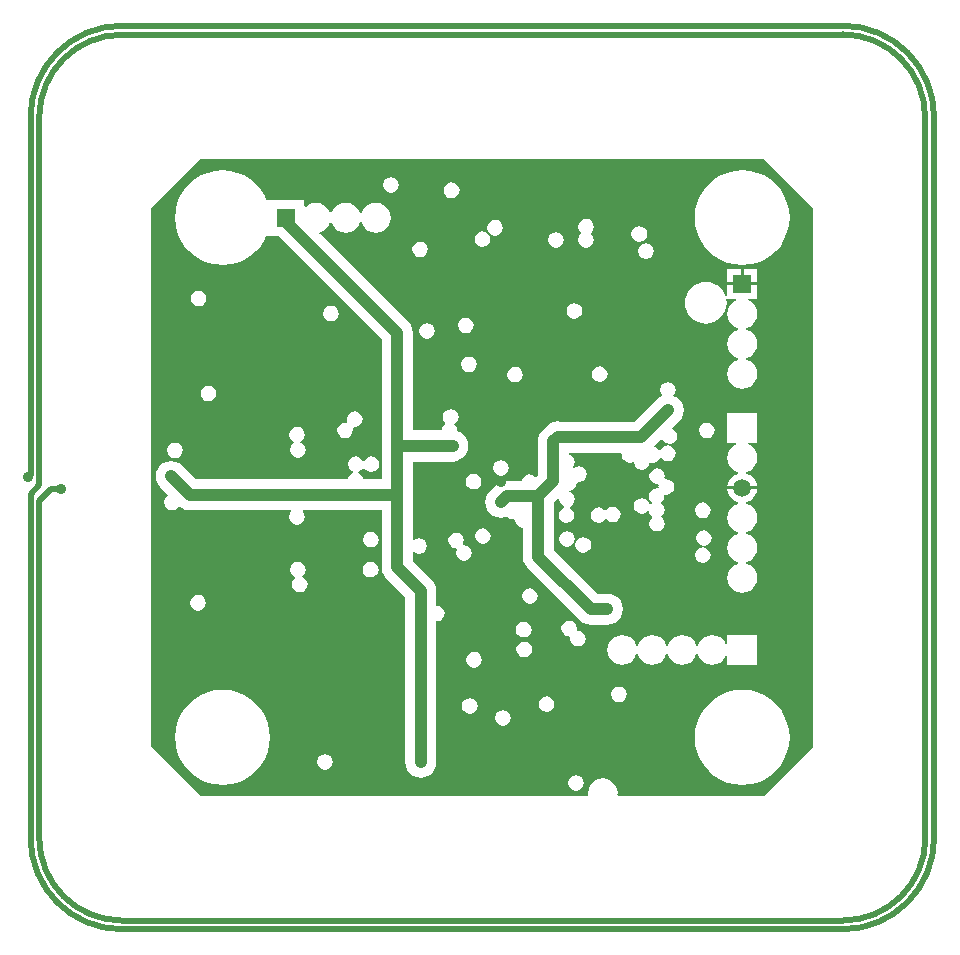
<source format=gbr>
From 74ce3dc46172a6f04edd9e85a3bcd41f54a2bb7c Mon Sep 17 00:00:00 2001
From: laforge <laforge@6dc7ffe9-61d6-0310-9af1-9938baff3ed1>
Date: Wed, 4 Oct 2006 14:39:14 +0000
Subject: add hardvare version 0.4 data

git-svn-id: https://svn.openpcd.org:2342/trunk@258 6dc7ffe9-61d6-0310-9af1-9938baff3ed1
---
 hardware/v0.4/gerber/INNER2.GBR | 2471 +++++++++++++++++++++++++++++++++++++++
 1 file changed, 2471 insertions(+)
 create mode 100644 hardware/v0.4/gerber/INNER2.GBR

(limited to 'hardware/v0.4/gerber/INNER2.GBR')

diff --git a/hardware/v0.4/gerber/INNER2.GBR b/hardware/v0.4/gerber/INNER2.GBR
new file mode 100644
index 0000000..db1df59
--- /dev/null
+++ b/hardware/v0.4/gerber/INNER2.GBR
@@ -0,0 +1,2471 @@
+%FSLAX23Y23*%
+%MOIN*%
+G70*
+G01*
+G75*
+G04 Layer_Physical_Order=3*
+G04 Layer_Color=16440176*
+%ADD10C,0.089*%
+%ADD11R,0.031X0.039*%
+%ADD12R,0.012X0.059*%
+%ADD13R,0.059X0.012*%
+%ADD14R,0.043X0.039*%
+%ADD15R,0.039X0.043*%
+%ADD16R,0.087X0.043*%
+%ADD17R,0.039X0.039*%
+%ADD18R,0.043X0.087*%
+%ADD19C,0.047*%
+%ADD20R,0.079X0.098*%
+%ADD21R,0.098X0.055*%
+%ADD22R,0.118X0.055*%
+%ADD23R,0.020X0.098*%
+%ADD24R,0.039X0.024*%
+%ADD25R,0.039X0.020*%
+%ADD26R,0.051X0.059*%
+%ADD27R,0.094X0.102*%
+%ADD28R,0.079X0.020*%
+%ADD29R,0.217X0.079*%
+%ADD30R,0.059X0.051*%
+%ADD31R,0.134X0.069*%
+%ADD32R,0.041X0.069*%
+%ADD33R,0.041X0.069*%
+%ADD34R,0.047X0.024*%
+%ADD35R,0.106X0.063*%
+%ADD36R,0.079X0.114*%
+%ADD37C,0.020*%
+%ADD38C,0.012*%
+%ADD39C,0.039*%
+%ADD40C,0.008*%
+%ADD41R,2.402X0.089*%
+%ADD42R,0.089X2.411*%
+%ADD43R,0.089X1.191*%
+%ADD44C,0.098*%
+%ADD45R,0.059X0.059*%
+%ADD46C,0.059*%
+%ADD47C,0.031*%
+%ADD48C,0.039*%
+%ADD49C,0.276*%
+%ADD50C,0.035*%
+G36*
+X2677Y2474D02*
+Y675D01*
+X2514Y512D01*
+X2029D01*
+X2025Y516D01*
+X2026Y523D01*
+X2025Y536D01*
+X2020Y548D01*
+X2012Y558D01*
+X2002Y566D01*
+X1990Y571D01*
+X1977Y573D01*
+X1964Y571D01*
+X1952Y566D01*
+X1942Y558D01*
+X1934Y548D01*
+X1929Y536D01*
+X1927Y523D01*
+X1928Y516D01*
+X1925Y512D01*
+X636D01*
+X472Y675D01*
+Y2474D01*
+X472Y2474D01*
+X472D01*
+X472Y2474D01*
+X636Y2638D01*
+X2514D01*
+X2677Y2474D01*
+D02*
+G37*
+%LPC*%
+G36*
+X1488Y1391D02*
+X1478Y1389D01*
+X1470Y1383D01*
+X1464Y1375D01*
+X1462Y1365D01*
+X1464Y1355D01*
+X1470Y1347D01*
+X1478Y1341D01*
+X1488Y1339D01*
+X1490Y1334D01*
+X1490Y1334D01*
+X1488Y1324D01*
+X1490Y1314D01*
+X1495Y1305D01*
+X1504Y1300D01*
+X1514Y1298D01*
+X1524Y1300D01*
+X1532Y1305D01*
+X1538Y1314D01*
+X1540Y1324D01*
+X1538Y1334D01*
+X1532Y1342D01*
+X1524Y1348D01*
+X1514Y1350D01*
+X1511Y1354D01*
+X1512Y1355D01*
+X1514Y1365D01*
+X1512Y1375D01*
+X1507Y1383D01*
+X1498Y1389D01*
+X1488Y1391D01*
+D02*
+G37*
+G36*
+X1911Y1376D02*
+X1901Y1374D01*
+X1893Y1369D01*
+X1887Y1360D01*
+X1885Y1350D01*
+X1887Y1340D01*
+X1893Y1332D01*
+X1901Y1326D01*
+X1911Y1324D01*
+X1921Y1326D01*
+X1930Y1332D01*
+X1936Y1340D01*
+X1938Y1350D01*
+X1936Y1360D01*
+X1930Y1369D01*
+X1921Y1374D01*
+X1911Y1376D01*
+D02*
+G37*
+G36*
+X1203Y1394D02*
+X1193Y1392D01*
+X1185Y1386D01*
+X1179Y1378D01*
+X1177Y1368D01*
+X1179Y1358D01*
+X1185Y1350D01*
+X1193Y1344D01*
+X1203Y1342D01*
+X1213Y1344D01*
+X1222Y1350D01*
+X1227Y1358D01*
+X1229Y1368D01*
+X1227Y1378D01*
+X1222Y1386D01*
+X1213Y1392D01*
+X1203Y1394D01*
+D02*
+G37*
+G36*
+X2310Y1342D02*
+X2300Y1340D01*
+X2292Y1334D01*
+X2286Y1326D01*
+X2284Y1316D01*
+X2286Y1306D01*
+X2292Y1297D01*
+X2300Y1292D01*
+X2310Y1290D01*
+X2320Y1292D01*
+X2328Y1297D01*
+X2334Y1306D01*
+X2336Y1316D01*
+X2334Y1326D01*
+X2328Y1334D01*
+X2320Y1340D01*
+X2310Y1342D01*
+D02*
+G37*
+G36*
+X2490Y1535D02*
+X2392D01*
+X2393Y1527D01*
+X2398Y1515D01*
+X2406Y1505D01*
+X2416Y1497D01*
+X2427Y1492D01*
+Y1487D01*
+X2416Y1483D01*
+X2406Y1475D01*
+X2398Y1465D01*
+X2393Y1453D01*
+X2391Y1440D01*
+X2393Y1427D01*
+X2398Y1415D01*
+X2406Y1405D01*
+X2416Y1397D01*
+X2427Y1393D01*
+Y1388D01*
+X2416Y1383D01*
+X2406Y1375D01*
+X2398Y1365D01*
+X2393Y1353D01*
+X2391Y1340D01*
+X2393Y1327D01*
+X2398Y1315D01*
+X2406Y1305D01*
+X2416Y1297D01*
+X2427Y1293D01*
+Y1288D01*
+X2416Y1283D01*
+X2406Y1275D01*
+X2398Y1265D01*
+X2393Y1253D01*
+X2391Y1240D01*
+X2393Y1227D01*
+X2398Y1215D01*
+X2406Y1205D01*
+X2416Y1197D01*
+X2428Y1192D01*
+X2441Y1190D01*
+X2454Y1192D01*
+X2466Y1197D01*
+X2476Y1205D01*
+X2484Y1215D01*
+X2489Y1227D01*
+X2491Y1240D01*
+X2489Y1253D01*
+X2484Y1265D01*
+X2476Y1275D01*
+X2466Y1283D01*
+X2455Y1288D01*
+Y1293D01*
+X2466Y1297D01*
+X2476Y1305D01*
+X2484Y1315D01*
+X2489Y1327D01*
+X2491Y1340D01*
+X2489Y1353D01*
+X2484Y1365D01*
+X2476Y1375D01*
+X2466Y1383D01*
+X2455Y1388D01*
+Y1393D01*
+X2466Y1397D01*
+X2476Y1405D01*
+X2484Y1415D01*
+X2489Y1427D01*
+X2491Y1440D01*
+X2489Y1453D01*
+X2484Y1465D01*
+X2476Y1475D01*
+X2466Y1483D01*
+X2455Y1487D01*
+Y1492D01*
+X2466Y1497D01*
+X2476Y1505D01*
+X2484Y1515D01*
+X2489Y1527D01*
+X2490Y1535D01*
+D02*
+G37*
+G36*
+X960Y1294D02*
+X950Y1292D01*
+X941Y1286D01*
+X936Y1278D01*
+X934Y1268D01*
+X936Y1258D01*
+X941Y1250D01*
+X950Y1244D01*
+X950Y1244D01*
+X951Y1239D01*
+X948Y1237D01*
+X942Y1228D01*
+X940Y1219D01*
+X942Y1209D01*
+X948Y1200D01*
+X957Y1194D01*
+X967Y1192D01*
+X977Y1194D01*
+X985Y1200D01*
+X991Y1209D01*
+X993Y1219D01*
+X991Y1228D01*
+X985Y1237D01*
+X977Y1243D01*
+X976Y1243D01*
+X975Y1248D01*
+X978Y1250D01*
+X984Y1258D01*
+X986Y1268D01*
+X984Y1278D01*
+X978Y1286D01*
+X970Y1292D01*
+X960Y1294D01*
+D02*
+G37*
+G36*
+X1202D02*
+X1192Y1292D01*
+X1184Y1286D01*
+X1178Y1278D01*
+X1176Y1268D01*
+X1178Y1258D01*
+X1184Y1250D01*
+X1192Y1244D01*
+X1202Y1242D01*
+X1212Y1244D01*
+X1221Y1250D01*
+X1227Y1258D01*
+X1229Y1268D01*
+X1227Y1278D01*
+X1221Y1286D01*
+X1212Y1292D01*
+X1202Y1294D01*
+D02*
+G37*
+G36*
+X2010Y1478D02*
+X2000Y1476D01*
+X1991Y1470D01*
+X1988Y1465D01*
+X1983D01*
+X1981Y1468D01*
+X1973Y1474D01*
+X1963Y1476D01*
+X1953Y1474D01*
+X1944Y1468D01*
+X1938Y1460D01*
+X1937Y1450D01*
+X1938Y1440D01*
+X1944Y1431D01*
+X1953Y1426D01*
+X1963Y1424D01*
+X1973Y1426D01*
+X1981Y1431D01*
+X1984Y1436D01*
+X1989D01*
+X1991Y1433D01*
+X2000Y1428D01*
+X2010Y1426D01*
+X2020Y1428D01*
+X2028Y1433D01*
+X2034Y1442D01*
+X2036Y1452D01*
+X2034Y1462D01*
+X2028Y1470D01*
+X2020Y1476D01*
+X2010Y1478D01*
+D02*
+G37*
+G36*
+X1546Y1587D02*
+X1536Y1585D01*
+X1528Y1579D01*
+X1522Y1571D01*
+X1520Y1561D01*
+X1522Y1551D01*
+X1528Y1543D01*
+X1536Y1537D01*
+X1546Y1535D01*
+X1556Y1537D01*
+X1565Y1543D01*
+X1570Y1551D01*
+X1572Y1561D01*
+X1570Y1571D01*
+X1565Y1579D01*
+X1556Y1585D01*
+X1546Y1587D01*
+D02*
+G37*
+G36*
+X2157Y1605D02*
+X2147Y1603D01*
+X2139Y1597D01*
+X2133Y1589D01*
+X2131Y1579D01*
+X2133Y1569D01*
+X2139Y1560D01*
+X2147Y1555D01*
+X2157Y1553D01*
+X2160Y1553D01*
+X2164Y1550D01*
+X2162Y1543D01*
+X2163Y1542D01*
+X2159Y1538D01*
+X2156Y1539D01*
+X2146Y1537D01*
+X2137Y1531D01*
+X2131Y1523D01*
+X2129Y1513D01*
+X2131Y1503D01*
+X2137Y1494D01*
+X2140Y1492D01*
+Y1487D01*
+X2138Y1486D01*
+X2136Y1484D01*
+X2132Y1485D01*
+X2130Y1490D01*
+X2125Y1499D01*
+X2116Y1504D01*
+X2106Y1506D01*
+X2096Y1504D01*
+X2088Y1499D01*
+X2082Y1490D01*
+X2080Y1480D01*
+X2082Y1470D01*
+X2088Y1462D01*
+X2096Y1456D01*
+X2106Y1454D01*
+X2116Y1456D01*
+X2125Y1462D01*
+X2126Y1464D01*
+X2131Y1463D01*
+X2132Y1458D01*
+X2138Y1449D01*
+X2142Y1447D01*
+Y1442D01*
+X2139Y1440D01*
+X2133Y1431D01*
+X2131Y1421D01*
+X2133Y1411D01*
+X2139Y1403D01*
+X2147Y1397D01*
+X2157Y1395D01*
+X2167Y1397D01*
+X2176Y1403D01*
+X2182Y1411D01*
+X2184Y1421D01*
+X2182Y1431D01*
+X2176Y1440D01*
+X2172Y1442D01*
+Y1447D01*
+X2175Y1449D01*
+X2181Y1458D01*
+X2183Y1468D01*
+X2181Y1478D01*
+X2175Y1486D01*
+X2172Y1488D01*
+Y1493D01*
+X2174Y1494D01*
+X2180Y1503D01*
+X2182Y1513D01*
+X2181Y1515D01*
+X2185Y1518D01*
+X2188Y1517D01*
+X2198Y1519D01*
+X2207Y1525D01*
+X2213Y1533D01*
+X2215Y1543D01*
+X2213Y1553D01*
+X2207Y1562D01*
+X2198Y1568D01*
+X2188Y1570D01*
+X2186Y1569D01*
+X2182Y1573D01*
+X2184Y1579D01*
+X2182Y1589D01*
+X2176Y1597D01*
+X2167Y1603D01*
+X2157Y1605D01*
+D02*
+G37*
+G36*
+X2310Y1492D02*
+X2300Y1490D01*
+X2292Y1484D01*
+X2286Y1476D01*
+X2284Y1466D01*
+X2286Y1456D01*
+X2292Y1447D01*
+X2300Y1441D01*
+X2310Y1439D01*
+X2320Y1441D01*
+X2328Y1447D01*
+X2334Y1456D01*
+X2336Y1466D01*
+X2334Y1476D01*
+X2328Y1484D01*
+X2320Y1490D01*
+X2310Y1492D01*
+D02*
+G37*
+G36*
+X1857Y1396D02*
+X1847Y1394D01*
+X1839Y1389D01*
+X1833Y1380D01*
+X1831Y1370D01*
+X1833Y1360D01*
+X1839Y1352D01*
+X1847Y1346D01*
+X1857Y1344D01*
+X1867Y1346D01*
+X1876Y1352D01*
+X1881Y1360D01*
+X1883Y1370D01*
+X1881Y1380D01*
+X1876Y1389D01*
+X1867Y1394D01*
+X1857Y1396D01*
+D02*
+G37*
+G36*
+X2313Y1399D02*
+X2303Y1397D01*
+X2295Y1391D01*
+X2289Y1383D01*
+X2287Y1373D01*
+X2289Y1363D01*
+X2295Y1355D01*
+X2303Y1349D01*
+X2313Y1347D01*
+X2323Y1349D01*
+X2331Y1355D01*
+X2337Y1363D01*
+X2339Y1373D01*
+X2337Y1383D01*
+X2331Y1391D01*
+X2323Y1397D01*
+X2313Y1399D01*
+D02*
+G37*
+G36*
+X1577Y1406D02*
+X1567Y1404D01*
+X1558Y1398D01*
+X1553Y1390D01*
+X1551Y1380D01*
+X1553Y1370D01*
+X1558Y1362D01*
+X1567Y1356D01*
+X1577Y1354D01*
+X1587Y1356D01*
+X1595Y1362D01*
+X1601Y1370D01*
+X1603Y1380D01*
+X1601Y1390D01*
+X1595Y1398D01*
+X1587Y1404D01*
+X1577Y1406D01*
+D02*
+G37*
+G36*
+X1733Y1206D02*
+X1723Y1204D01*
+X1715Y1198D01*
+X1709Y1190D01*
+X1707Y1180D01*
+X1709Y1170D01*
+X1715Y1162D01*
+X1723Y1156D01*
+X1733Y1154D01*
+X1743Y1156D01*
+X1752Y1162D01*
+X1757Y1170D01*
+X1759Y1180D01*
+X1757Y1190D01*
+X1752Y1198D01*
+X1743Y1204D01*
+X1733Y1206D01*
+D02*
+G37*
+G36*
+X1644Y800D02*
+X1634Y798D01*
+X1625Y792D01*
+X1620Y784D01*
+X1618Y774D01*
+X1620Y764D01*
+X1625Y755D01*
+X1634Y750D01*
+X1644Y748D01*
+X1654Y750D01*
+X1662Y755D01*
+X1668Y764D01*
+X1670Y774D01*
+X1668Y784D01*
+X1662Y792D01*
+X1654Y798D01*
+X1644Y800D01*
+D02*
+G37*
+G36*
+X1533Y840D02*
+X1523Y838D01*
+X1514Y832D01*
+X1508Y823D01*
+X1506Y813D01*
+X1508Y803D01*
+X1514Y795D01*
+X1523Y789D01*
+X1533Y787D01*
+X1543Y789D01*
+X1551Y795D01*
+X1557Y803D01*
+X1559Y813D01*
+X1557Y823D01*
+X1551Y832D01*
+X1543Y838D01*
+X1533Y840D01*
+D02*
+G37*
+G36*
+X1789Y846D02*
+X1779Y844D01*
+X1771Y838D01*
+X1765Y830D01*
+X1763Y820D01*
+X1765Y810D01*
+X1771Y801D01*
+X1779Y796D01*
+X1789Y794D01*
+X1799Y796D01*
+X1808Y801D01*
+X1813Y810D01*
+X1815Y820D01*
+X1813Y830D01*
+X1808Y838D01*
+X1799Y844D01*
+X1789Y846D01*
+D02*
+G37*
+G36*
+X1050Y653D02*
+X1040Y651D01*
+X1032Y645D01*
+X1026Y637D01*
+X1024Y627D01*
+X1026Y617D01*
+X1032Y609D01*
+X1040Y603D01*
+X1050Y601D01*
+X1060Y603D01*
+X1069Y609D01*
+X1074Y617D01*
+X1076Y627D01*
+X1074Y637D01*
+X1069Y645D01*
+X1060Y651D01*
+X1050Y653D01*
+D02*
+G37*
+G36*
+X1888Y583D02*
+X1878Y581D01*
+X1869Y576D01*
+X1864Y567D01*
+X1862Y557D01*
+X1864Y547D01*
+X1869Y539D01*
+X1878Y533D01*
+X1888Y531D01*
+X1898Y533D01*
+X1906Y539D01*
+X1912Y547D01*
+X1914Y557D01*
+X1912Y567D01*
+X1906Y576D01*
+X1898Y581D01*
+X1888Y583D01*
+D02*
+G37*
+G36*
+X709Y867D02*
+X684Y865D01*
+X660Y859D01*
+X637Y849D01*
+X616Y836D01*
+X597Y820D01*
+X581Y802D01*
+X568Y780D01*
+X558Y757D01*
+X553Y733D01*
+X551Y709D01*
+X553Y684D01*
+X558Y660D01*
+X568Y637D01*
+X581Y616D01*
+X597Y597D01*
+X616Y581D01*
+X637Y568D01*
+X660Y558D01*
+X684Y553D01*
+X709Y551D01*
+X733Y553D01*
+X757Y558D01*
+X780Y568D01*
+X802Y581D01*
+X820Y597D01*
+X836Y616D01*
+X849Y637D01*
+X859Y660D01*
+X865Y684D01*
+X867Y709D01*
+X865Y733D01*
+X859Y757D01*
+X849Y780D01*
+X836Y802D01*
+X820Y820D01*
+X802Y836D01*
+X780Y849D01*
+X757Y859D01*
+X733Y865D01*
+X709Y867D01*
+D02*
+G37*
+G36*
+X2441D02*
+X2416Y865D01*
+X2392Y859D01*
+X2369Y849D01*
+X2348Y836D01*
+X2329Y820D01*
+X2313Y802D01*
+X2300Y780D01*
+X2291Y757D01*
+X2285Y733D01*
+X2283Y709D01*
+X2285Y684D01*
+X2291Y660D01*
+X2300Y637D01*
+X2313Y616D01*
+X2329Y597D01*
+X2348Y581D01*
+X2369Y568D01*
+X2392Y558D01*
+X2416Y553D01*
+X2441Y551D01*
+X2466Y553D01*
+X2490Y558D01*
+X2513Y568D01*
+X2534Y581D01*
+X2553Y597D01*
+X2569Y616D01*
+X2582Y637D01*
+X2591Y660D01*
+X2597Y684D01*
+X2599Y709D01*
+X2597Y733D01*
+X2591Y757D01*
+X2582Y780D01*
+X2569Y802D01*
+X2553Y820D01*
+X2534Y836D01*
+X2513Y849D01*
+X2490Y859D01*
+X2466Y865D01*
+X2441Y867D01*
+D02*
+G37*
+G36*
+X2341Y1050D02*
+X2328Y1048D01*
+X2316Y1043D01*
+X2306Y1035D01*
+X2298Y1025D01*
+X2293Y1014D01*
+X2288D01*
+X2284Y1025D01*
+X2276Y1035D01*
+X2266Y1043D01*
+X2254Y1048D01*
+X2241Y1050D01*
+X2228Y1048D01*
+X2216Y1043D01*
+X2206Y1035D01*
+X2198Y1025D01*
+X2193Y1014D01*
+X2188D01*
+X2184Y1025D01*
+X2176Y1035D01*
+X2166Y1043D01*
+X2154Y1048D01*
+X2141Y1050D01*
+X2128Y1048D01*
+X2116Y1043D01*
+X2106Y1035D01*
+X2098Y1025D01*
+X2093Y1014D01*
+X2088D01*
+X2084Y1025D01*
+X2076Y1035D01*
+X2066Y1043D01*
+X2054Y1048D01*
+X2041Y1050D01*
+X2028Y1048D01*
+X2016Y1043D01*
+X2006Y1035D01*
+X1998Y1025D01*
+X1993Y1013D01*
+X1991Y1000D01*
+X1993Y987D01*
+X1998Y975D01*
+X2006Y965D01*
+X2016Y957D01*
+X2028Y952D01*
+X2041Y950D01*
+X2054Y952D01*
+X2066Y957D01*
+X2076Y965D01*
+X2084Y975D01*
+X2088Y986D01*
+X2093D01*
+X2098Y975D01*
+X2106Y965D01*
+X2116Y957D01*
+X2128Y952D01*
+X2141Y950D01*
+X2154Y952D01*
+X2166Y957D01*
+X2176Y965D01*
+X2184Y975D01*
+X2188Y986D01*
+X2193D01*
+X2198Y975D01*
+X2206Y965D01*
+X2216Y957D01*
+X2228Y952D01*
+X2241Y950D01*
+X2254Y952D01*
+X2266Y957D01*
+X2276Y965D01*
+X2284Y975D01*
+X2288Y986D01*
+X2293D01*
+X2298Y975D01*
+X2306Y965D01*
+X2316Y957D01*
+X2328Y952D01*
+X2341Y950D01*
+X2354Y952D01*
+X2366Y957D01*
+X2376Y965D01*
+X2384Y975D01*
+X2387Y982D01*
+X2392Y981D01*
+Y951D01*
+X2490D01*
+Y1049D01*
+X2392D01*
+Y1019D01*
+X2387Y1018D01*
+X2384Y1025D01*
+X2376Y1035D01*
+X2366Y1043D01*
+X2354Y1048D01*
+X2341Y1050D01*
+D02*
+G37*
+G36*
+X1713Y1094D02*
+X1703Y1092D01*
+X1694Y1086D01*
+X1688Y1078D01*
+X1687Y1068D01*
+X1688Y1058D01*
+X1694Y1049D01*
+X1703Y1044D01*
+X1713Y1042D01*
+X1723Y1044D01*
+X1731Y1049D01*
+X1737Y1058D01*
+X1739Y1068D01*
+X1737Y1078D01*
+X1731Y1086D01*
+X1723Y1092D01*
+X1713Y1094D01*
+D02*
+G37*
+G36*
+X628Y1184D02*
+X618Y1182D01*
+X610Y1176D01*
+X604Y1167D01*
+X602Y1157D01*
+X604Y1147D01*
+X610Y1139D01*
+X618Y1133D01*
+X628Y1131D01*
+X638Y1133D01*
+X646Y1139D01*
+X652Y1147D01*
+X654Y1157D01*
+X652Y1167D01*
+X646Y1176D01*
+X638Y1182D01*
+X628Y1184D01*
+D02*
+G37*
+G36*
+X1864Y1098D02*
+X1854Y1096D01*
+X1846Y1090D01*
+X1840Y1082D01*
+X1838Y1072D01*
+X1840Y1062D01*
+X1846Y1053D01*
+X1854Y1048D01*
+X1864Y1046D01*
+X1865Y1046D01*
+X1868Y1042D01*
+X1868Y1038D01*
+X1870Y1028D01*
+X1875Y1020D01*
+X1884Y1014D01*
+X1894Y1012D01*
+X1904Y1014D01*
+X1912Y1020D01*
+X1918Y1028D01*
+X1920Y1038D01*
+X1918Y1048D01*
+X1912Y1057D01*
+X1904Y1062D01*
+X1894Y1064D01*
+X1893Y1064D01*
+X1889Y1068D01*
+X1890Y1072D01*
+X1888Y1082D01*
+X1883Y1090D01*
+X1874Y1096D01*
+X1864Y1098D01*
+D02*
+G37*
+G36*
+X2031Y878D02*
+X2021Y876D01*
+X2012Y871D01*
+X2006Y862D01*
+X2004Y852D01*
+X2006Y842D01*
+X2012Y834D01*
+X2021Y828D01*
+X2031Y826D01*
+X2040Y828D01*
+X2049Y834D01*
+X2055Y842D01*
+X2057Y852D01*
+X2055Y862D01*
+X2049Y871D01*
+X2040Y876D01*
+X2031Y878D01*
+D02*
+G37*
+G36*
+X1547Y994D02*
+X1537Y992D01*
+X1529Y986D01*
+X1523Y978D01*
+X1521Y968D01*
+X1523Y958D01*
+X1529Y949D01*
+X1537Y943D01*
+X1547Y941D01*
+X1557Y943D01*
+X1566Y949D01*
+X1571Y958D01*
+X1573Y968D01*
+X1571Y978D01*
+X1566Y986D01*
+X1557Y992D01*
+X1547Y994D01*
+D02*
+G37*
+G36*
+X1715Y1028D02*
+X1705Y1026D01*
+X1696Y1021D01*
+X1690Y1012D01*
+X1688Y1002D01*
+X1690Y992D01*
+X1696Y984D01*
+X1705Y978D01*
+X1715Y976D01*
+X1725Y978D01*
+X1733Y984D01*
+X1739Y992D01*
+X1741Y1002D01*
+X1739Y1012D01*
+X1733Y1021D01*
+X1725Y1026D01*
+X1715Y1028D01*
+D02*
+G37*
+G36*
+X2441Y2599D02*
+X2416Y2597D01*
+X2392Y2591D01*
+X2369Y2582D01*
+X2348Y2569D01*
+X2329Y2553D01*
+X2313Y2534D01*
+X2300Y2513D01*
+X2291Y2490D01*
+X2285Y2466D01*
+X2283Y2441D01*
+X2285Y2416D01*
+X2291Y2392D01*
+X2300Y2369D01*
+X2313Y2348D01*
+X2329Y2329D01*
+X2348Y2313D01*
+X2369Y2300D01*
+X2392Y2291D01*
+X2416Y2285D01*
+X2441Y2283D01*
+X2466Y2285D01*
+X2490Y2291D01*
+X2513Y2300D01*
+X2534Y2313D01*
+X2553Y2329D01*
+X2569Y2348D01*
+X2582Y2369D01*
+X2591Y2392D01*
+X2597Y2416D01*
+X2599Y2441D01*
+X2597Y2466D01*
+X2591Y2490D01*
+X2582Y2513D01*
+X2569Y2534D01*
+X2553Y2553D01*
+X2534Y2569D01*
+X2513Y2582D01*
+X2490Y2591D01*
+X2466Y2597D01*
+X2441Y2599D01*
+D02*
+G37*
+G36*
+X2120Y2355D02*
+X2110Y2353D01*
+X2102Y2347D01*
+X2096Y2339D01*
+X2094Y2329D01*
+X2096Y2319D01*
+X2102Y2310D01*
+X2110Y2305D01*
+X2120Y2303D01*
+X2130Y2305D01*
+X2139Y2310D01*
+X2144Y2319D01*
+X2146Y2329D01*
+X2144Y2339D01*
+X2139Y2347D01*
+X2130Y2353D01*
+X2120Y2355D01*
+D02*
+G37*
+G36*
+X1368Y2361D02*
+X1358Y2359D01*
+X1350Y2353D01*
+X1344Y2345D01*
+X1342Y2335D01*
+X1344Y2325D01*
+X1350Y2316D01*
+X1358Y2311D01*
+X1368Y2309D01*
+X1378Y2311D01*
+X1387Y2316D01*
+X1392Y2325D01*
+X1394Y2335D01*
+X1392Y2345D01*
+X1387Y2353D01*
+X1378Y2359D01*
+X1368Y2361D01*
+D02*
+G37*
+G36*
+X2490Y2269D02*
+X2446D01*
+Y2225D01*
+X2490D01*
+Y2269D01*
+D02*
+G37*
+G36*
+X1882Y2156D02*
+X1872Y2154D01*
+X1863Y2149D01*
+X1858Y2140D01*
+X1856Y2130D01*
+X1858Y2120D01*
+X1863Y2112D01*
+X1872Y2106D01*
+X1882Y2104D01*
+X1892Y2106D01*
+X1900Y2112D01*
+X1906Y2120D01*
+X1908Y2130D01*
+X1906Y2140D01*
+X1900Y2149D01*
+X1892Y2154D01*
+X1882Y2156D01*
+D02*
+G37*
+G36*
+X629Y2198D02*
+X619Y2196D01*
+X610Y2191D01*
+X605Y2182D01*
+X603Y2172D01*
+X605Y2162D01*
+X610Y2154D01*
+X619Y2148D01*
+X629Y2146D01*
+X639Y2148D01*
+X647Y2154D01*
+X653Y2162D01*
+X655Y2172D01*
+X653Y2182D01*
+X647Y2191D01*
+X639Y2196D01*
+X629Y2198D01*
+D02*
+G37*
+G36*
+X2436Y2269D02*
+X2392D01*
+Y2225D01*
+X2436D01*
+Y2269D01*
+D02*
+G37*
+G36*
+X1820Y2393D02*
+X1810Y2391D01*
+X1802Y2386D01*
+X1796Y2377D01*
+X1794Y2367D01*
+X1796Y2357D01*
+X1802Y2349D01*
+X1810Y2343D01*
+X1820Y2341D01*
+X1830Y2343D01*
+X1838Y2349D01*
+X1844Y2357D01*
+X1846Y2367D01*
+X1844Y2377D01*
+X1838Y2386D01*
+X1830Y2391D01*
+X1820Y2393D01*
+D02*
+G37*
+G36*
+X709Y2599D02*
+X684Y2597D01*
+X660Y2591D01*
+X637Y2582D01*
+X616Y2569D01*
+X597Y2553D01*
+X581Y2534D01*
+X568Y2513D01*
+X558Y2490D01*
+X553Y2466D01*
+X551Y2441D01*
+X553Y2416D01*
+X558Y2392D01*
+X568Y2369D01*
+X581Y2348D01*
+X597Y2329D01*
+X616Y2313D01*
+X637Y2300D01*
+X660Y2291D01*
+X684Y2285D01*
+X709Y2283D01*
+X733Y2285D01*
+X757Y2291D01*
+X780Y2300D01*
+X802Y2313D01*
+X820Y2329D01*
+X836Y2348D01*
+X849Y2369D01*
+X854Y2380D01*
+X859Y2380D01*
+Y2379D01*
+X897D01*
+X1240Y2037D01*
+Y1569D01*
+X1177D01*
+X1176Y1575D01*
+X1170Y1583D01*
+X1162Y1589D01*
+X1160Y1589D01*
+Y1594D01*
+X1163Y1595D01*
+X1171Y1601D01*
+X1177Y1608D01*
+X1182D01*
+X1187Y1601D01*
+X1195Y1595D01*
+X1205Y1593D01*
+X1215Y1595D01*
+X1224Y1601D01*
+X1229Y1609D01*
+X1231Y1619D01*
+X1229Y1629D01*
+X1224Y1638D01*
+X1215Y1643D01*
+X1205Y1645D01*
+X1195Y1643D01*
+X1187Y1638D01*
+X1182Y1630D01*
+X1177D01*
+X1171Y1638D01*
+X1163Y1643D01*
+X1153Y1645D01*
+X1143Y1643D01*
+X1135Y1638D01*
+X1129Y1629D01*
+X1127Y1619D01*
+X1129Y1609D01*
+X1135Y1601D01*
+X1143Y1595D01*
+X1145Y1595D01*
+Y1590D01*
+X1142Y1589D01*
+X1133Y1583D01*
+X1127Y1575D01*
+X1126Y1569D01*
+X620D01*
+X574Y1615D01*
+X564Y1623D01*
+X551Y1628D01*
+X538Y1630D01*
+X525Y1628D01*
+X512Y1623D01*
+X501Y1615D01*
+X493Y1604D01*
+X488Y1592D01*
+X486Y1579D01*
+X488Y1565D01*
+X493Y1553D01*
+X501Y1542D01*
+X526Y1518D01*
+X525Y1513D01*
+X521Y1511D01*
+X516Y1502D01*
+X514Y1492D01*
+X516Y1482D01*
+X521Y1474D01*
+X530Y1468D01*
+X540Y1466D01*
+X550Y1468D01*
+X558Y1474D01*
+X561Y1478D01*
+X566Y1479D01*
+X573Y1473D01*
+X580Y1470D01*
+X585Y1468D01*
+X599Y1466D01*
+X599Y1466D01*
+X936D01*
+X938Y1462D01*
+X933Y1454D01*
+X931Y1444D01*
+X933Y1434D01*
+X939Y1425D01*
+X947Y1420D01*
+X957Y1418D01*
+X967Y1420D01*
+X976Y1425D01*
+X981Y1434D01*
+X983Y1444D01*
+X981Y1454D01*
+X976Y1462D01*
+X977Y1466D01*
+X1240D01*
+Y1275D01*
+X1240Y1275D01*
+X1241Y1261D01*
+X1244Y1255D01*
+X1247Y1249D01*
+X1255Y1238D01*
+X1317Y1175D01*
+Y625D01*
+X1319Y612D01*
+X1324Y599D01*
+X1333Y588D01*
+X1343Y580D01*
+X1356Y575D01*
+X1369Y573D01*
+X1382Y575D01*
+X1395Y580D01*
+X1406Y588D01*
+X1414Y599D01*
+X1419Y612D01*
+X1421Y625D01*
+Y1095D01*
+X1423Y1096D01*
+X1433Y1098D01*
+X1441Y1104D01*
+X1447Y1112D01*
+X1449Y1122D01*
+X1447Y1132D01*
+X1441Y1141D01*
+X1433Y1147D01*
+X1423Y1148D01*
+X1421Y1150D01*
+Y1197D01*
+X1419Y1210D01*
+X1417Y1215D01*
+X1414Y1223D01*
+X1406Y1233D01*
+X1406Y1233D01*
+X1343Y1296D01*
+Y1325D01*
+X1347Y1327D01*
+X1354Y1322D01*
+X1364Y1320D01*
+X1374Y1322D01*
+X1383Y1328D01*
+X1388Y1336D01*
+X1390Y1346D01*
+X1388Y1356D01*
+X1383Y1365D01*
+X1374Y1371D01*
+X1364Y1373D01*
+X1354Y1371D01*
+X1347Y1366D01*
+X1343Y1368D01*
+Y1628D01*
+X1476D01*
+X1490Y1630D01*
+X1502Y1635D01*
+X1513Y1644D01*
+X1521Y1654D01*
+X1526Y1667D01*
+X1528Y1680D01*
+X1526Y1693D01*
+X1521Y1706D01*
+X1513Y1717D01*
+X1502Y1725D01*
+X1491Y1729D01*
+X1492Y1731D01*
+X1490Y1741D01*
+X1484Y1749D01*
+X1479Y1752D01*
+X1479Y1752D01*
+X1488Y1758D01*
+X1494Y1767D01*
+X1496Y1777D01*
+X1494Y1787D01*
+X1488Y1795D01*
+X1479Y1801D01*
+X1469Y1803D01*
+X1460Y1801D01*
+X1451Y1795D01*
+X1445Y1787D01*
+X1443Y1777D01*
+X1445Y1767D01*
+X1451Y1758D01*
+X1452Y1757D01*
+Y1752D01*
+X1447Y1749D01*
+X1441Y1741D01*
+X1440Y1732D01*
+X1343D01*
+Y2058D01*
+X1343Y2058D01*
+X1341Y2071D01*
+X1336Y2084D01*
+X1328Y2095D01*
+X1328Y2095D01*
+X1032Y2390D01*
+X1033Y2393D01*
+X1045Y2398D01*
+X1055Y2406D01*
+X1063Y2416D01*
+X1067Y2427D01*
+X1072D01*
+X1077Y2416D01*
+X1085Y2406D01*
+X1095Y2398D01*
+X1107Y2393D01*
+X1120Y2391D01*
+X1133Y2393D01*
+X1145Y2398D01*
+X1155Y2406D01*
+X1163Y2416D01*
+X1168Y2427D01*
+X1173D01*
+X1177Y2416D01*
+X1185Y2406D01*
+X1195Y2398D01*
+X1207Y2393D01*
+X1220Y2391D01*
+X1233Y2393D01*
+X1245Y2398D01*
+X1255Y2406D01*
+X1263Y2416D01*
+X1268Y2428D01*
+X1270Y2441D01*
+X1268Y2454D01*
+X1263Y2466D01*
+X1255Y2476D01*
+X1245Y2484D01*
+X1233Y2489D01*
+X1220Y2491D01*
+X1207Y2489D01*
+X1195Y2484D01*
+X1185Y2476D01*
+X1177Y2466D01*
+X1173Y2455D01*
+X1168D01*
+X1163Y2466D01*
+X1155Y2476D01*
+X1145Y2484D01*
+X1133Y2489D01*
+X1120Y2491D01*
+X1107Y2489D01*
+X1095Y2484D01*
+X1085Y2476D01*
+X1077Y2466D01*
+X1072Y2455D01*
+X1067D01*
+X1063Y2466D01*
+X1055Y2476D01*
+X1045Y2484D01*
+X1033Y2489D01*
+X1020Y2491D01*
+X1007Y2489D01*
+X995Y2484D01*
+X986Y2477D01*
+X981Y2479D01*
+Y2501D01*
+X859D01*
+D01*
+Y2501D01*
+X859D01*
+Y2501D01*
+Y2501D01*
+X854D01*
+X849Y2513D01*
+X836Y2534D01*
+X820Y2553D01*
+X802Y2569D01*
+X780Y2582D01*
+X757Y2591D01*
+X733Y2597D01*
+X709Y2599D01*
+D02*
+G37*
+G36*
+X1472Y2559D02*
+X1462Y2557D01*
+X1454Y2551D01*
+X1448Y2542D01*
+X1446Y2532D01*
+X1448Y2522D01*
+X1454Y2514D01*
+X1462Y2508D01*
+X1472Y2506D01*
+X1482Y2508D01*
+X1491Y2514D01*
+X1497Y2522D01*
+X1499Y2532D01*
+X1497Y2542D01*
+X1491Y2551D01*
+X1482Y2557D01*
+X1472Y2559D01*
+D02*
+G37*
+G36*
+X1270Y2576D02*
+X1260Y2574D01*
+X1251Y2569D01*
+X1246Y2560D01*
+X1244Y2550D01*
+X1246Y2540D01*
+X1251Y2532D01*
+X1260Y2526D01*
+X1270Y2524D01*
+X1280Y2526D01*
+X1288Y2532D01*
+X1294Y2540D01*
+X1296Y2550D01*
+X1294Y2560D01*
+X1288Y2569D01*
+X1280Y2574D01*
+X1270Y2576D01*
+D02*
+G37*
+G36*
+X1618Y2434D02*
+X1608Y2432D01*
+X1600Y2426D01*
+X1594Y2417D01*
+X1592Y2407D01*
+X1594Y2397D01*
+X1600Y2389D01*
+X1608Y2383D01*
+X1618Y2381D01*
+X1628Y2383D01*
+X1637Y2389D01*
+X1642Y2397D01*
+X1644Y2407D01*
+X1642Y2417D01*
+X1637Y2426D01*
+X1628Y2432D01*
+X1618Y2434D01*
+D02*
+G37*
+G36*
+X1921Y2437D02*
+X1911Y2435D01*
+X1903Y2429D01*
+X1897Y2420D01*
+X1895Y2410D01*
+X1897Y2400D01*
+X1903Y2392D01*
+X1903Y2392D01*
+Y2387D01*
+X1902Y2386D01*
+X1896Y2377D01*
+X1894Y2367D01*
+X1896Y2357D01*
+X1902Y2349D01*
+X1910Y2343D01*
+X1920Y2341D01*
+X1930Y2343D01*
+X1938Y2349D01*
+X1944Y2357D01*
+X1946Y2367D01*
+X1944Y2377D01*
+X1938Y2386D01*
+X1938Y2386D01*
+Y2391D01*
+X1940Y2392D01*
+X1945Y2400D01*
+X1947Y2410D01*
+X1945Y2420D01*
+X1940Y2429D01*
+X1931Y2435D01*
+X1921Y2437D01*
+D02*
+G37*
+G36*
+X1575Y2395D02*
+X1565Y2393D01*
+X1556Y2388D01*
+X1551Y2379D01*
+X1549Y2369D01*
+X1551Y2359D01*
+X1556Y2351D01*
+X1565Y2345D01*
+X1575Y2343D01*
+X1585Y2345D01*
+X1593Y2351D01*
+X1599Y2359D01*
+X1601Y2369D01*
+X1599Y2379D01*
+X1593Y2388D01*
+X1585Y2393D01*
+X1575Y2395D01*
+D02*
+G37*
+G36*
+X2098Y2413D02*
+X2088Y2411D01*
+X2080Y2405D01*
+X2074Y2397D01*
+X2072Y2387D01*
+X2074Y2377D01*
+X2080Y2368D01*
+X2088Y2363D01*
+X2098Y2361D01*
+X2108Y2363D01*
+X2117Y2368D01*
+X2123Y2377D01*
+X2125Y2387D01*
+X2123Y2397D01*
+X2117Y2405D01*
+X2108Y2411D01*
+X2098Y2413D01*
+D02*
+G37*
+G36*
+X2323Y1758D02*
+X2313Y1756D01*
+X2304Y1751D01*
+X2299Y1742D01*
+X2297Y1732D01*
+X2299Y1722D01*
+X2304Y1714D01*
+X2313Y1708D01*
+X2323Y1706D01*
+X2333Y1708D01*
+X2341Y1714D01*
+X2347Y1722D01*
+X2349Y1732D01*
+X2347Y1742D01*
+X2341Y1751D01*
+X2333Y1756D01*
+X2323Y1758D01*
+D02*
+G37*
+G36*
+X1150Y1795D02*
+X1140Y1793D01*
+X1132Y1787D01*
+X1126Y1779D01*
+X1124Y1769D01*
+X1125Y1761D01*
+X1122Y1758D01*
+X1118Y1758D01*
+X1108Y1756D01*
+X1100Y1751D01*
+X1094Y1742D01*
+X1092Y1732D01*
+X1094Y1722D01*
+X1100Y1714D01*
+X1108Y1708D01*
+X1118Y1706D01*
+X1128Y1708D01*
+X1137Y1714D01*
+X1142Y1722D01*
+X1144Y1732D01*
+X1143Y1740D01*
+X1146Y1743D01*
+X1150Y1743D01*
+X1160Y1745D01*
+X1168Y1750D01*
+X1174Y1759D01*
+X1176Y1769D01*
+X1174Y1779D01*
+X1168Y1787D01*
+X1160Y1793D01*
+X1150Y1795D01*
+D02*
+G37*
+G36*
+X2194Y1892D02*
+X2184Y1890D01*
+X2175Y1885D01*
+X2170Y1876D01*
+X2168Y1866D01*
+X2170Y1856D01*
+X2174Y1850D01*
+X2172Y1846D01*
+X2168Y1844D01*
+X2157Y1836D01*
+X2083Y1761D01*
+X1834D01*
+X1827Y1762D01*
+X1813Y1760D01*
+X1801Y1755D01*
+X1796Y1751D01*
+X1790Y1747D01*
+X1790Y1747D01*
+X1776Y1732D01*
+X1767Y1722D01*
+X1764Y1714D01*
+X1762Y1709D01*
+X1760Y1696D01*
+X1760Y1696D01*
+Y1584D01*
+X1753Y1577D01*
+X1751Y1578D01*
+X1742Y1583D01*
+X1732Y1585D01*
+X1722Y1583D01*
+X1714Y1578D01*
+X1708Y1569D01*
+X1707Y1564D01*
+X1657D01*
+X1657Y1564D01*
+X1644Y1563D01*
+X1636Y1559D01*
+X1632Y1558D01*
+X1621Y1549D01*
+X1600Y1529D01*
+X1592Y1518D01*
+X1587Y1505D01*
+X1585Y1492D01*
+X1587Y1479D01*
+X1592Y1466D01*
+X1600Y1456D01*
+X1611Y1447D01*
+X1623Y1442D01*
+X1637Y1441D01*
+X1650Y1442D01*
+X1657Y1445D01*
+X1659Y1442D01*
+X1667Y1437D01*
+X1677Y1435D01*
+X1681Y1435D01*
+X1685Y1432D01*
+X1687Y1423D01*
+X1692Y1415D01*
+X1701Y1409D01*
+X1710Y1407D01*
+Y1311D01*
+X1710Y1311D01*
+X1712Y1298D01*
+X1714Y1293D01*
+X1717Y1285D01*
+X1725Y1275D01*
+X1901Y1099D01*
+X1911Y1091D01*
+X1924Y1086D01*
+X1937Y1084D01*
+X1937Y1084D01*
+X1992D01*
+X2005Y1086D01*
+X2018Y1091D01*
+X2029Y1099D01*
+X2037Y1110D01*
+X2042Y1122D01*
+X2044Y1136D01*
+X2042Y1149D01*
+X2037Y1162D01*
+X2029Y1172D01*
+X2018Y1181D01*
+X2005Y1186D01*
+X1992Y1187D01*
+X1958D01*
+X1813Y1332D01*
+Y1491D01*
+X1828Y1506D01*
+X1833Y1504D01*
+X1832Y1502D01*
+X1834Y1492D01*
+X1840Y1484D01*
+X1847Y1479D01*
+X1846Y1474D01*
+X1845Y1474D01*
+X1837Y1468D01*
+X1831Y1460D01*
+X1829Y1450D01*
+X1831Y1440D01*
+X1837Y1431D01*
+X1845Y1426D01*
+X1855Y1424D01*
+X1865Y1426D01*
+X1874Y1431D01*
+X1879Y1440D01*
+X1881Y1450D01*
+X1879Y1460D01*
+X1874Y1468D01*
+X1867Y1473D01*
+X1868Y1478D01*
+X1868Y1478D01*
+X1877Y1484D01*
+X1882Y1492D01*
+X1884Y1502D01*
+X1882Y1512D01*
+X1877Y1520D01*
+X1868Y1526D01*
+X1863Y1527D01*
+X1863Y1530D01*
+X1873Y1532D01*
+X1882Y1538D01*
+X1887Y1546D01*
+X1889Y1556D01*
+X1889Y1557D01*
+X1893Y1561D01*
+X1898Y1560D01*
+X1908Y1562D01*
+X1916Y1567D01*
+X1922Y1576D01*
+X1924Y1586D01*
+X1922Y1596D01*
+X1916Y1604D01*
+X1908Y1610D01*
+X1898Y1612D01*
+X1888Y1610D01*
+X1881Y1605D01*
+X1878Y1609D01*
+X1882Y1616D01*
+X1884Y1626D01*
+X1882Y1636D01*
+X1877Y1644D01*
+X1868Y1650D01*
+X1864Y1651D01*
+Y1658D01*
+X2037D01*
+X2041Y1654D01*
+X2040Y1651D01*
+X2042Y1641D01*
+X2047Y1632D01*
+X2056Y1626D01*
+X2066Y1624D01*
+X2076Y1626D01*
+X2076Y1627D01*
+X2081Y1625D01*
+X2083Y1616D01*
+X2088Y1608D01*
+X2097Y1602D01*
+X2107Y1600D01*
+X2117Y1602D01*
+X2125Y1608D01*
+X2131Y1616D01*
+X2133Y1625D01*
+X2134Y1626D01*
+X2144Y1624D01*
+X2154Y1626D01*
+X2162Y1632D01*
+X2167Y1640D01*
+X2170D01*
+X2173Y1640D01*
+X2174Y1637D01*
+X2183Y1631D01*
+X2193Y1629D01*
+X2203Y1631D01*
+X2211Y1637D01*
+X2217Y1646D01*
+X2219Y1656D01*
+X2217Y1665D01*
+X2211Y1674D01*
+X2203Y1680D01*
+X2193Y1682D01*
+X2183Y1680D01*
+X2174Y1674D01*
+X2169Y1666D01*
+X2166D01*
+X2164Y1666D01*
+X2162Y1669D01*
+X2154Y1675D01*
+X2149Y1676D01*
+X2148Y1680D01*
+X2170Y1703D01*
+X2175Y1702D01*
+X2181Y1694D01*
+X2189Y1689D01*
+X2199Y1687D01*
+X2209Y1689D01*
+X2217Y1694D01*
+X2223Y1703D01*
+X2225Y1713D01*
+X2223Y1723D01*
+X2217Y1731D01*
+X2209Y1737D01*
+X2208Y1740D01*
+X2230Y1763D01*
+X2239Y1773D01*
+X2244Y1786D01*
+X2246Y1799D01*
+X2244Y1813D01*
+X2239Y1825D01*
+X2230Y1836D01*
+X2220Y1844D01*
+X2212Y1847D01*
+X2212Y1848D01*
+X2218Y1856D01*
+X2220Y1866D01*
+X2218Y1876D01*
+X2212Y1885D01*
+X2204Y1890D01*
+X2194Y1892D01*
+D02*
+G37*
+G36*
+X958Y1744D02*
+X948Y1742D01*
+X939Y1736D01*
+X933Y1728D01*
+X932Y1718D01*
+X933Y1708D01*
+X939Y1700D01*
+X947Y1694D01*
+Y1690D01*
+X947Y1689D01*
+X942Y1686D01*
+X936Y1677D01*
+X934Y1667D01*
+X936Y1657D01*
+X942Y1649D01*
+X950Y1643D01*
+X960Y1641D01*
+X970Y1643D01*
+X978Y1649D01*
+X984Y1657D01*
+X986Y1667D01*
+X984Y1677D01*
+X978Y1686D01*
+X970Y1691D01*
+X968Y1692D01*
+Y1694D01*
+X976Y1700D01*
+X982Y1708D01*
+X984Y1718D01*
+X982Y1728D01*
+X976Y1736D01*
+X968Y1742D01*
+X958Y1744D01*
+D02*
+G37*
+G36*
+X2490Y1789D02*
+X2392D01*
+Y1691D01*
+X2422D01*
+X2423Y1686D01*
+X2416Y1683D01*
+X2406Y1675D01*
+X2398Y1665D01*
+X2393Y1653D01*
+X2391Y1640D01*
+X2393Y1627D01*
+X2398Y1615D01*
+X2406Y1605D01*
+X2416Y1597D01*
+X2427Y1592D01*
+Y1587D01*
+X2416Y1583D01*
+X2406Y1575D01*
+X2398Y1565D01*
+X2393Y1553D01*
+X2392Y1545D01*
+X2490D01*
+X2489Y1553D01*
+X2484Y1565D01*
+X2476Y1575D01*
+X2466Y1583D01*
+X2455Y1587D01*
+Y1592D01*
+X2466Y1597D01*
+X2476Y1605D01*
+X2484Y1615D01*
+X2489Y1627D01*
+X2491Y1640D01*
+X2489Y1653D01*
+X2484Y1665D01*
+X2476Y1675D01*
+X2466Y1683D01*
+X2459Y1686D01*
+X2460Y1691D01*
+X2490D01*
+Y1789D01*
+D02*
+G37*
+G36*
+X1637Y1633D02*
+X1627Y1631D01*
+X1618Y1626D01*
+X1613Y1617D01*
+X1611Y1607D01*
+X1613Y1597D01*
+X1618Y1589D01*
+X1627Y1583D01*
+X1637Y1581D01*
+X1647Y1583D01*
+X1655Y1589D01*
+X1661Y1597D01*
+X1663Y1607D01*
+X1661Y1617D01*
+X1655Y1626D01*
+X1647Y1631D01*
+X1637Y1633D01*
+D02*
+G37*
+G36*
+X550Y1691D02*
+X540Y1689D01*
+X532Y1684D01*
+X526Y1675D01*
+X524Y1665D01*
+X526Y1655D01*
+X532Y1647D01*
+X540Y1641D01*
+X550Y1639D01*
+X560Y1641D01*
+X569Y1647D01*
+X574Y1655D01*
+X576Y1665D01*
+X574Y1675D01*
+X569Y1684D01*
+X560Y1689D01*
+X550Y1691D01*
+D02*
+G37*
+G36*
+X662Y1881D02*
+X652Y1879D01*
+X643Y1874D01*
+X638Y1865D01*
+X636Y1855D01*
+X638Y1845D01*
+X643Y1837D01*
+X652Y1831D01*
+X662Y1829D01*
+X672Y1831D01*
+X680Y1837D01*
+X686Y1845D01*
+X688Y1855D01*
+X686Y1865D01*
+X680Y1874D01*
+X672Y1879D01*
+X662Y1881D01*
+D02*
+G37*
+G36*
+X1391Y2090D02*
+X1381Y2088D01*
+X1373Y2082D01*
+X1367Y2073D01*
+X1365Y2063D01*
+X1367Y2053D01*
+X1373Y2045D01*
+X1381Y2039D01*
+X1391Y2037D01*
+X1401Y2039D01*
+X1410Y2045D01*
+X1415Y2053D01*
+X1417Y2063D01*
+X1415Y2073D01*
+X1410Y2082D01*
+X1401Y2088D01*
+X1391Y2090D01*
+D02*
+G37*
+G36*
+X1520Y2108D02*
+X1510Y2106D01*
+X1502Y2100D01*
+X1496Y2092D01*
+X1494Y2082D01*
+X1496Y2072D01*
+X1502Y2063D01*
+X1510Y2058D01*
+X1520Y2056D01*
+X1530Y2058D01*
+X1538Y2063D01*
+X1544Y2072D01*
+X1546Y2082D01*
+X1544Y2092D01*
+X1538Y2100D01*
+X1530Y2106D01*
+X1520Y2108D01*
+D02*
+G37*
+G36*
+X1070Y2147D02*
+X1060Y2145D01*
+X1052Y2139D01*
+X1046Y2131D01*
+X1044Y2121D01*
+X1046Y2111D01*
+X1052Y2102D01*
+X1060Y2097D01*
+X1070Y2095D01*
+X1080Y2097D01*
+X1089Y2102D01*
+X1094Y2111D01*
+X1096Y2121D01*
+X1094Y2131D01*
+X1089Y2139D01*
+X1080Y2145D01*
+X1070Y2147D01*
+D02*
+G37*
+G36*
+X1530Y1978D02*
+X1520Y1976D01*
+X1512Y1970D01*
+X1506Y1962D01*
+X1504Y1952D01*
+X1506Y1942D01*
+X1512Y1933D01*
+X1520Y1928D01*
+X1530Y1926D01*
+X1540Y1928D01*
+X1549Y1933D01*
+X1555Y1942D01*
+X1557Y1952D01*
+X1555Y1962D01*
+X1549Y1970D01*
+X1540Y1976D01*
+X1530Y1978D01*
+D02*
+G37*
+G36*
+X2320Y2227D02*
+X2306Y2225D01*
+X2294Y2221D01*
+X2282Y2215D01*
+X2271Y2206D01*
+X2262Y2196D01*
+X2256Y2184D01*
+X2252Y2171D01*
+X2251Y2157D01*
+X2252Y2144D01*
+X2256Y2131D01*
+X2262Y2119D01*
+X2271Y2109D01*
+X2282Y2100D01*
+X2294Y2094D01*
+X2306Y2090D01*
+X2320Y2088D01*
+X2334Y2090D01*
+X2346Y2094D01*
+X2358Y2100D01*
+X2369Y2109D01*
+X2378Y2119D01*
+X2384Y2131D01*
+X2388Y2144D01*
+X2389Y2157D01*
+X2388Y2170D01*
+X2392Y2171D01*
+Y2171D01*
+X2392D01*
+Y2171D01*
+X2422D01*
+X2423Y2166D01*
+X2416Y2163D01*
+X2406Y2155D01*
+X2398Y2145D01*
+X2393Y2133D01*
+X2391Y2120D01*
+X2393Y2107D01*
+X2398Y2095D01*
+X2406Y2085D01*
+X2416Y2077D01*
+X2427Y2072D01*
+Y2068D01*
+X2416Y2063D01*
+X2406Y2055D01*
+X2398Y2045D01*
+X2393Y2033D01*
+X2391Y2020D01*
+X2393Y2007D01*
+X2398Y1995D01*
+X2406Y1985D01*
+X2416Y1977D01*
+X2427Y1972D01*
+Y1967D01*
+X2416Y1963D01*
+X2406Y1955D01*
+X2398Y1945D01*
+X2393Y1933D01*
+X2391Y1920D01*
+X2393Y1907D01*
+X2398Y1895D01*
+X2406Y1885D01*
+X2416Y1877D01*
+X2428Y1872D01*
+X2441Y1870D01*
+X2454Y1872D01*
+X2466Y1877D01*
+X2476Y1885D01*
+X2484Y1895D01*
+X2489Y1907D01*
+X2491Y1920D01*
+X2489Y1933D01*
+X2484Y1945D01*
+X2476Y1955D01*
+X2466Y1963D01*
+X2455Y1967D01*
+Y1972D01*
+X2466Y1977D01*
+X2476Y1985D01*
+X2484Y1995D01*
+X2489Y2007D01*
+X2491Y2020D01*
+X2489Y2033D01*
+X2484Y2045D01*
+X2476Y2055D01*
+X2466Y2063D01*
+X2455Y2068D01*
+Y2072D01*
+X2466Y2077D01*
+X2476Y2085D01*
+X2484Y2095D01*
+X2489Y2107D01*
+X2491Y2120D01*
+X2489Y2133D01*
+X2484Y2145D01*
+X2476Y2155D01*
+X2466Y2163D01*
+X2459Y2166D01*
+X2460Y2171D01*
+X2490D01*
+Y2215D01*
+X2392D01*
+Y2175D01*
+X2391Y2175D01*
+D01*
+X2387Y2175D01*
+Y2175D01*
+X2387Y2175D01*
+X2384Y2184D01*
+X2378Y2196D01*
+X2369Y2206D01*
+X2358Y2215D01*
+X2346Y2221D01*
+X2334Y2225D01*
+X2320Y2227D01*
+D02*
+G37*
+G36*
+X1684Y1944D02*
+X1674Y1942D01*
+X1666Y1937D01*
+X1660Y1928D01*
+X1658Y1918D01*
+X1660Y1908D01*
+X1666Y1900D01*
+X1674Y1894D01*
+X1684Y1892D01*
+X1694Y1894D01*
+X1703Y1900D01*
+X1708Y1908D01*
+X1710Y1918D01*
+X1708Y1928D01*
+X1703Y1937D01*
+X1694Y1942D01*
+X1684Y1944D01*
+D02*
+G37*
+G36*
+X1967Y1945D02*
+X1957Y1943D01*
+X1948Y1938D01*
+X1942Y1929D01*
+X1940Y1919D01*
+X1942Y1909D01*
+X1948Y1901D01*
+X1957Y1895D01*
+X1967Y1893D01*
+X1977Y1895D01*
+X1985Y1901D01*
+X1991Y1909D01*
+X1993Y1919D01*
+X1991Y1929D01*
+X1985Y1938D01*
+X1977Y1943D01*
+X1967Y1945D01*
+D02*
+G37*
+%LPD*%
+D37*
+X69Y374D02*
+G03*
+X374Y69I305J0D01*
+G01*
+X98Y374D02*
+G03*
+X374Y98I276J0D01*
+G01*
+Y3081D02*
+G03*
+X69Y2776I0J-305D01*
+G01*
+X374Y3051D02*
+G03*
+X98Y2776I0J-276D01*
+G01*
+X2776Y98D02*
+G03*
+X3051Y374I0J276D01*
+G01*
+X2776Y69D02*
+G03*
+X3081Y374I0J305D01*
+G01*
+X3051Y2776D02*
+G03*
+X2776Y3051I-276J0D01*
+G01*
+X3081Y2776D02*
+G03*
+X2776Y3081I-305J0D01*
+G01*
+X61Y1575D02*
+X69Y1583D01*
+X136Y1535D02*
+X172D01*
+X98Y1498D02*
+X136Y1535D01*
+X69Y374D02*
+Y1520D01*
+X98Y374D02*
+Y1498D01*
+X69Y1520D02*
+X98Y1549D01*
+X69Y1583D02*
+Y2776D01*
+X374Y69D02*
+X2776D01*
+X374Y98D02*
+X2776D01*
+X3051Y374D02*
+Y2776D01*
+X3081Y374D02*
+Y2776D01*
+X374Y3081D02*
+X2776D01*
+X374Y3051D02*
+X2776D01*
+X98Y1549D02*
+Y2776D01*
+D39*
+X2104Y1710D02*
+X2194Y1799D01*
+X1369Y625D02*
+Y1197D01*
+X1291Y1275D02*
+X1369Y1197D01*
+X599Y1518D02*
+X1289D01*
+X538Y1579D02*
+X599Y1518D01*
+X1297Y1680D02*
+X1476D01*
+X920Y2429D02*
+Y2440D01*
+X1291Y1275D02*
+Y2058D01*
+X1827Y1710D02*
+Y1711D01*
+X1937Y1136D02*
+X1992D01*
+X911Y2438D02*
+X1291Y2058D01*
+X1762Y1513D02*
+X1812Y1563D01*
+X1762Y1311D02*
+Y1513D01*
+Y1311D02*
+X1937Y1136D01*
+X1657Y1513D02*
+X1762D01*
+X1637Y1492D02*
+X1657Y1513D01*
+X1812Y1563D02*
+Y1696D01*
+X1827Y1711D01*
+Y1710D02*
+X2104D01*
+D45*
+X920Y2440D02*
+D03*
+X2441Y2220D02*
+D03*
+D46*
+Y1540D02*
+D03*
+D50*
+X1637Y1559D02*
+D03*
+X2194Y1799D02*
+D03*
+X2019Y1802D02*
+D03*
+X1299Y738D02*
+D03*
+X1240D02*
+D03*
+X1181D02*
+D03*
+X1122D02*
+D03*
+X1063D02*
+D03*
+X591Y856D02*
+D03*
+X827D02*
+D03*
+X1004Y738D02*
+D03*
+X945D02*
+D03*
+X886D02*
+D03*
+X591Y915D02*
+D03*
+X650D02*
+D03*
+X709D02*
+D03*
+X768D02*
+D03*
+X827D02*
+D03*
+X886D02*
+D03*
+Y856D02*
+D03*
+Y797D02*
+D03*
+X945D02*
+D03*
+X1004D02*
+D03*
+X1063D02*
+D03*
+Y856D02*
+D03*
+Y915D02*
+D03*
+X1122D02*
+D03*
+Y856D02*
+D03*
+Y797D02*
+D03*
+X1181D02*
+D03*
+X1240D02*
+D03*
+X1299D02*
+D03*
+Y856D02*
+D03*
+Y915D02*
+D03*
+Y974D02*
+D03*
+X1240D02*
+D03*
+X1181D02*
+D03*
+X1122D02*
+D03*
+X1063D02*
+D03*
+X1004D02*
+D03*
+X945D02*
+D03*
+X886D02*
+D03*
+X827D02*
+D03*
+X768D02*
+D03*
+X709D02*
+D03*
+X650D02*
+D03*
+X591D02*
+D03*
+X1771Y2301D02*
+D03*
+X2227Y569D02*
+D03*
+X61Y1575D02*
+D03*
+X958Y1338D02*
+D03*
+X172Y1535D02*
+D03*
+X538Y1579D02*
+D03*
+X1992Y1136D02*
+D03*
+X1744Y1226D02*
+D03*
+X2328Y1571D02*
+D03*
+X2240Y2352D02*
+D03*
+X2097Y2448D02*
+D03*
+X1575D02*
+D03*
+X1476Y1680D02*
+D03*
+X1606Y1820D02*
+D03*
+X1800Y1002D02*
+D03*
+X1877Y785D02*
+D03*
+X1637Y1492D02*
+D03*
+X1421Y1364D02*
+D03*
+X1369Y625D02*
+D03*
+X1827Y1711D02*
+D03*
+M02*
-- 
cgit v1.2.3


</source>
